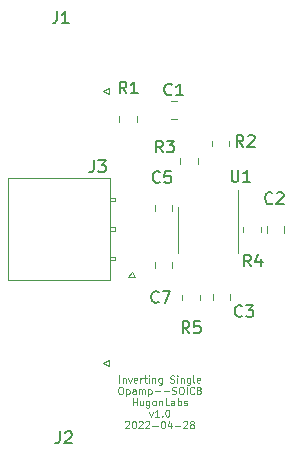
<source format=gto>
%TF.GenerationSoftware,KiCad,Pcbnew,6.0.4-6f826c9f35~116~ubuntu20.04.1*%
%TF.CreationDate,2022-04-28T13:53:23-05:00*%
%TF.ProjectId,opamp_inverting_single,6f70616d-705f-4696-9e76-657274696e67,1.0*%
%TF.SameCoordinates,Original*%
%TF.FileFunction,Legend,Top*%
%TF.FilePolarity,Positive*%
%FSLAX46Y46*%
G04 Gerber Fmt 4.6, Leading zero omitted, Abs format (unit mm)*
G04 Created by KiCad (PCBNEW 6.0.4-6f826c9f35~116~ubuntu20.04.1) date 2022-04-28 13:53:23*
%MOMM*%
%LPD*%
G01*
G04 APERTURE LIST*
%ADD10C,0.100000*%
%ADD11C,0.150000*%
%ADD12C,0.120000*%
G04 APERTURE END LIST*
D10*
X149420703Y-100489417D02*
X149420703Y-99889417D01*
X149706417Y-100089417D02*
X149706417Y-100489417D01*
X149706417Y-100146560D02*
X149734989Y-100117989D01*
X149792131Y-100089417D01*
X149877846Y-100089417D01*
X149934989Y-100117989D01*
X149963560Y-100175131D01*
X149963560Y-100489417D01*
X150192131Y-100089417D02*
X150334989Y-100489417D01*
X150477846Y-100089417D01*
X150934989Y-100460846D02*
X150877846Y-100489417D01*
X150763560Y-100489417D01*
X150706417Y-100460846D01*
X150677846Y-100403703D01*
X150677846Y-100175131D01*
X150706417Y-100117989D01*
X150763560Y-100089417D01*
X150877846Y-100089417D01*
X150934989Y-100117989D01*
X150963560Y-100175131D01*
X150963560Y-100232274D01*
X150677846Y-100289417D01*
X151220703Y-100489417D02*
X151220703Y-100089417D01*
X151220703Y-100203703D02*
X151249274Y-100146560D01*
X151277846Y-100117989D01*
X151334989Y-100089417D01*
X151392131Y-100089417D01*
X151506417Y-100089417D02*
X151734989Y-100089417D01*
X151592131Y-99889417D02*
X151592131Y-100403703D01*
X151620703Y-100460846D01*
X151677846Y-100489417D01*
X151734989Y-100489417D01*
X151934989Y-100489417D02*
X151934989Y-100089417D01*
X151934989Y-99889417D02*
X151906417Y-99917989D01*
X151934989Y-99946560D01*
X151963560Y-99917989D01*
X151934989Y-99889417D01*
X151934989Y-99946560D01*
X152220703Y-100089417D02*
X152220703Y-100489417D01*
X152220703Y-100146560D02*
X152249274Y-100117989D01*
X152306417Y-100089417D01*
X152392131Y-100089417D01*
X152449274Y-100117989D01*
X152477846Y-100175131D01*
X152477846Y-100489417D01*
X153020703Y-100089417D02*
X153020703Y-100575131D01*
X152992131Y-100632274D01*
X152963560Y-100660846D01*
X152906417Y-100689417D01*
X152820703Y-100689417D01*
X152763560Y-100660846D01*
X153020703Y-100460846D02*
X152963560Y-100489417D01*
X152849274Y-100489417D01*
X152792131Y-100460846D01*
X152763560Y-100432274D01*
X152734989Y-100375131D01*
X152734989Y-100203703D01*
X152763560Y-100146560D01*
X152792131Y-100117989D01*
X152849274Y-100089417D01*
X152963560Y-100089417D01*
X153020703Y-100117989D01*
X153734989Y-100460846D02*
X153820703Y-100489417D01*
X153963560Y-100489417D01*
X154020703Y-100460846D01*
X154049274Y-100432274D01*
X154077846Y-100375131D01*
X154077846Y-100317989D01*
X154049274Y-100260846D01*
X154020703Y-100232274D01*
X153963560Y-100203703D01*
X153849274Y-100175131D01*
X153792131Y-100146560D01*
X153763560Y-100117989D01*
X153734989Y-100060846D01*
X153734989Y-100003703D01*
X153763560Y-99946560D01*
X153792131Y-99917989D01*
X153849274Y-99889417D01*
X153992131Y-99889417D01*
X154077846Y-99917989D01*
X154334989Y-100489417D02*
X154334989Y-100089417D01*
X154334989Y-99889417D02*
X154306417Y-99917989D01*
X154334989Y-99946560D01*
X154363560Y-99917989D01*
X154334989Y-99889417D01*
X154334989Y-99946560D01*
X154620703Y-100089417D02*
X154620703Y-100489417D01*
X154620703Y-100146560D02*
X154649274Y-100117989D01*
X154706417Y-100089417D01*
X154792131Y-100089417D01*
X154849274Y-100117989D01*
X154877846Y-100175131D01*
X154877846Y-100489417D01*
X155420703Y-100089417D02*
X155420703Y-100575131D01*
X155392131Y-100632274D01*
X155363560Y-100660846D01*
X155306417Y-100689417D01*
X155220703Y-100689417D01*
X155163560Y-100660846D01*
X155420703Y-100460846D02*
X155363560Y-100489417D01*
X155249274Y-100489417D01*
X155192131Y-100460846D01*
X155163560Y-100432274D01*
X155134989Y-100375131D01*
X155134989Y-100203703D01*
X155163560Y-100146560D01*
X155192131Y-100117989D01*
X155249274Y-100089417D01*
X155363560Y-100089417D01*
X155420703Y-100117989D01*
X155792131Y-100489417D02*
X155734989Y-100460846D01*
X155706417Y-100403703D01*
X155706417Y-99889417D01*
X156249274Y-100460846D02*
X156192131Y-100489417D01*
X156077846Y-100489417D01*
X156020703Y-100460846D01*
X155992131Y-100403703D01*
X155992131Y-100175131D01*
X156020703Y-100117989D01*
X156077846Y-100089417D01*
X156192131Y-100089417D01*
X156249274Y-100117989D01*
X156277846Y-100175131D01*
X156277846Y-100232274D01*
X155992131Y-100289417D01*
X149492131Y-100855417D02*
X149606417Y-100855417D01*
X149663560Y-100883989D01*
X149720703Y-100941131D01*
X149749274Y-101055417D01*
X149749274Y-101255417D01*
X149720703Y-101369703D01*
X149663560Y-101426846D01*
X149606417Y-101455417D01*
X149492131Y-101455417D01*
X149434989Y-101426846D01*
X149377846Y-101369703D01*
X149349274Y-101255417D01*
X149349274Y-101055417D01*
X149377846Y-100941131D01*
X149434989Y-100883989D01*
X149492131Y-100855417D01*
X150006417Y-101055417D02*
X150006417Y-101655417D01*
X150006417Y-101083989D02*
X150063560Y-101055417D01*
X150177846Y-101055417D01*
X150234989Y-101083989D01*
X150263560Y-101112560D01*
X150292131Y-101169703D01*
X150292131Y-101341131D01*
X150263560Y-101398274D01*
X150234989Y-101426846D01*
X150177846Y-101455417D01*
X150063560Y-101455417D01*
X150006417Y-101426846D01*
X150806417Y-101455417D02*
X150806417Y-101141131D01*
X150777846Y-101083989D01*
X150720703Y-101055417D01*
X150606417Y-101055417D01*
X150549274Y-101083989D01*
X150806417Y-101426846D02*
X150749274Y-101455417D01*
X150606417Y-101455417D01*
X150549274Y-101426846D01*
X150520703Y-101369703D01*
X150520703Y-101312560D01*
X150549274Y-101255417D01*
X150606417Y-101226846D01*
X150749274Y-101226846D01*
X150806417Y-101198274D01*
X151092131Y-101455417D02*
X151092131Y-101055417D01*
X151092131Y-101112560D02*
X151120703Y-101083989D01*
X151177846Y-101055417D01*
X151263560Y-101055417D01*
X151320703Y-101083989D01*
X151349274Y-101141131D01*
X151349274Y-101455417D01*
X151349274Y-101141131D02*
X151377846Y-101083989D01*
X151434989Y-101055417D01*
X151520703Y-101055417D01*
X151577846Y-101083989D01*
X151606417Y-101141131D01*
X151606417Y-101455417D01*
X151892131Y-101055417D02*
X151892131Y-101655417D01*
X151892131Y-101083989D02*
X151949274Y-101055417D01*
X152063560Y-101055417D01*
X152120703Y-101083989D01*
X152149274Y-101112560D01*
X152177846Y-101169703D01*
X152177846Y-101341131D01*
X152149274Y-101398274D01*
X152120703Y-101426846D01*
X152063560Y-101455417D01*
X151949274Y-101455417D01*
X151892131Y-101426846D01*
X152434989Y-101226846D02*
X152892131Y-101226846D01*
X153177846Y-101226846D02*
X153634989Y-101226846D01*
X153892131Y-101426846D02*
X153977846Y-101455417D01*
X154120703Y-101455417D01*
X154177846Y-101426846D01*
X154206417Y-101398274D01*
X154234989Y-101341131D01*
X154234989Y-101283989D01*
X154206417Y-101226846D01*
X154177846Y-101198274D01*
X154120703Y-101169703D01*
X154006417Y-101141131D01*
X153949274Y-101112560D01*
X153920703Y-101083989D01*
X153892131Y-101026846D01*
X153892131Y-100969703D01*
X153920703Y-100912560D01*
X153949274Y-100883989D01*
X154006417Y-100855417D01*
X154149274Y-100855417D01*
X154234989Y-100883989D01*
X154606417Y-100855417D02*
X154720703Y-100855417D01*
X154777846Y-100883989D01*
X154834989Y-100941131D01*
X154863560Y-101055417D01*
X154863560Y-101255417D01*
X154834989Y-101369703D01*
X154777846Y-101426846D01*
X154720703Y-101455417D01*
X154606417Y-101455417D01*
X154549274Y-101426846D01*
X154492131Y-101369703D01*
X154463560Y-101255417D01*
X154463560Y-101055417D01*
X154492131Y-100941131D01*
X154549274Y-100883989D01*
X154606417Y-100855417D01*
X155120703Y-101455417D02*
X155120703Y-100855417D01*
X155749274Y-101398274D02*
X155720703Y-101426846D01*
X155634989Y-101455417D01*
X155577846Y-101455417D01*
X155492131Y-101426846D01*
X155434989Y-101369703D01*
X155406417Y-101312560D01*
X155377846Y-101198274D01*
X155377846Y-101112560D01*
X155406417Y-100998274D01*
X155434989Y-100941131D01*
X155492131Y-100883989D01*
X155577846Y-100855417D01*
X155634989Y-100855417D01*
X155720703Y-100883989D01*
X155749274Y-100912560D01*
X156092131Y-101112560D02*
X156034989Y-101083989D01*
X156006417Y-101055417D01*
X155977846Y-100998274D01*
X155977846Y-100969703D01*
X156006417Y-100912560D01*
X156034989Y-100883989D01*
X156092131Y-100855417D01*
X156206417Y-100855417D01*
X156263560Y-100883989D01*
X156292131Y-100912560D01*
X156320703Y-100969703D01*
X156320703Y-100998274D01*
X156292131Y-101055417D01*
X156263560Y-101083989D01*
X156206417Y-101112560D01*
X156092131Y-101112560D01*
X156034989Y-101141131D01*
X156006417Y-101169703D01*
X155977846Y-101226846D01*
X155977846Y-101341131D01*
X156006417Y-101398274D01*
X156034989Y-101426846D01*
X156092131Y-101455417D01*
X156206417Y-101455417D01*
X156263560Y-101426846D01*
X156292131Y-101398274D01*
X156320703Y-101341131D01*
X156320703Y-101226846D01*
X156292131Y-101169703D01*
X156263560Y-101141131D01*
X156206417Y-101112560D01*
X150549274Y-102421417D02*
X150549274Y-101821417D01*
X150549274Y-102107131D02*
X150892131Y-102107131D01*
X150892131Y-102421417D02*
X150892131Y-101821417D01*
X151434989Y-102021417D02*
X151434989Y-102421417D01*
X151177846Y-102021417D02*
X151177846Y-102335703D01*
X151206417Y-102392846D01*
X151263560Y-102421417D01*
X151349274Y-102421417D01*
X151406417Y-102392846D01*
X151434989Y-102364274D01*
X151977846Y-102021417D02*
X151977846Y-102507131D01*
X151949274Y-102564274D01*
X151920703Y-102592846D01*
X151863560Y-102621417D01*
X151777846Y-102621417D01*
X151720703Y-102592846D01*
X151977846Y-102392846D02*
X151920703Y-102421417D01*
X151806417Y-102421417D01*
X151749274Y-102392846D01*
X151720703Y-102364274D01*
X151692131Y-102307131D01*
X151692131Y-102135703D01*
X151720703Y-102078560D01*
X151749274Y-102049989D01*
X151806417Y-102021417D01*
X151920703Y-102021417D01*
X151977846Y-102049989D01*
X152349274Y-102421417D02*
X152292131Y-102392846D01*
X152263560Y-102364274D01*
X152234989Y-102307131D01*
X152234989Y-102135703D01*
X152263560Y-102078560D01*
X152292131Y-102049989D01*
X152349274Y-102021417D01*
X152434989Y-102021417D01*
X152492131Y-102049989D01*
X152520703Y-102078560D01*
X152549274Y-102135703D01*
X152549274Y-102307131D01*
X152520703Y-102364274D01*
X152492131Y-102392846D01*
X152434989Y-102421417D01*
X152349274Y-102421417D01*
X152806417Y-102021417D02*
X152806417Y-102421417D01*
X152806417Y-102078560D02*
X152834989Y-102049989D01*
X152892131Y-102021417D01*
X152977846Y-102021417D01*
X153034989Y-102049989D01*
X153063560Y-102107131D01*
X153063560Y-102421417D01*
X153634989Y-102421417D02*
X153349274Y-102421417D01*
X153349274Y-101821417D01*
X154092131Y-102421417D02*
X154092131Y-102107131D01*
X154063560Y-102049989D01*
X154006417Y-102021417D01*
X153892131Y-102021417D01*
X153834989Y-102049989D01*
X154092131Y-102392846D02*
X154034989Y-102421417D01*
X153892131Y-102421417D01*
X153834989Y-102392846D01*
X153806417Y-102335703D01*
X153806417Y-102278560D01*
X153834989Y-102221417D01*
X153892131Y-102192846D01*
X154034989Y-102192846D01*
X154092131Y-102164274D01*
X154377846Y-102421417D02*
X154377846Y-101821417D01*
X154377846Y-102049989D02*
X154434989Y-102021417D01*
X154549274Y-102021417D01*
X154606417Y-102049989D01*
X154634989Y-102078560D01*
X154663560Y-102135703D01*
X154663560Y-102307131D01*
X154634989Y-102364274D01*
X154606417Y-102392846D01*
X154549274Y-102421417D01*
X154434989Y-102421417D01*
X154377846Y-102392846D01*
X154892131Y-102392846D02*
X154949274Y-102421417D01*
X155063560Y-102421417D01*
X155120703Y-102392846D01*
X155149274Y-102335703D01*
X155149274Y-102307131D01*
X155120703Y-102249989D01*
X155063560Y-102221417D01*
X154977846Y-102221417D01*
X154920703Y-102192846D01*
X154892131Y-102135703D01*
X154892131Y-102107131D01*
X154920703Y-102049989D01*
X154977846Y-102021417D01*
X155063560Y-102021417D01*
X155120703Y-102049989D01*
X151977846Y-102987417D02*
X152120703Y-103387417D01*
X152263560Y-102987417D01*
X152806417Y-103387417D02*
X152463560Y-103387417D01*
X152634989Y-103387417D02*
X152634989Y-102787417D01*
X152577846Y-102873131D01*
X152520703Y-102930274D01*
X152463560Y-102958846D01*
X153063560Y-103330274D02*
X153092131Y-103358846D01*
X153063560Y-103387417D01*
X153034989Y-103358846D01*
X153063560Y-103330274D01*
X153063560Y-103387417D01*
X153463560Y-102787417D02*
X153520703Y-102787417D01*
X153577846Y-102815989D01*
X153606417Y-102844560D01*
X153634989Y-102901703D01*
X153663560Y-103015989D01*
X153663560Y-103158846D01*
X153634989Y-103273131D01*
X153606417Y-103330274D01*
X153577846Y-103358846D01*
X153520703Y-103387417D01*
X153463560Y-103387417D01*
X153406417Y-103358846D01*
X153377846Y-103330274D01*
X153349274Y-103273131D01*
X153320703Y-103158846D01*
X153320703Y-103015989D01*
X153349274Y-102901703D01*
X153377846Y-102844560D01*
X153406417Y-102815989D01*
X153463560Y-102787417D01*
X149920703Y-103810560D02*
X149949274Y-103781989D01*
X150006417Y-103753417D01*
X150149274Y-103753417D01*
X150206417Y-103781989D01*
X150234989Y-103810560D01*
X150263560Y-103867703D01*
X150263560Y-103924846D01*
X150234989Y-104010560D01*
X149892131Y-104353417D01*
X150263560Y-104353417D01*
X150634989Y-103753417D02*
X150692131Y-103753417D01*
X150749274Y-103781989D01*
X150777846Y-103810560D01*
X150806417Y-103867703D01*
X150834989Y-103981989D01*
X150834989Y-104124846D01*
X150806417Y-104239131D01*
X150777846Y-104296274D01*
X150749274Y-104324846D01*
X150692131Y-104353417D01*
X150634989Y-104353417D01*
X150577846Y-104324846D01*
X150549274Y-104296274D01*
X150520703Y-104239131D01*
X150492131Y-104124846D01*
X150492131Y-103981989D01*
X150520703Y-103867703D01*
X150549274Y-103810560D01*
X150577846Y-103781989D01*
X150634989Y-103753417D01*
X151063560Y-103810560D02*
X151092131Y-103781989D01*
X151149274Y-103753417D01*
X151292131Y-103753417D01*
X151349274Y-103781989D01*
X151377846Y-103810560D01*
X151406417Y-103867703D01*
X151406417Y-103924846D01*
X151377846Y-104010560D01*
X151034989Y-104353417D01*
X151406417Y-104353417D01*
X151634989Y-103810560D02*
X151663560Y-103781989D01*
X151720703Y-103753417D01*
X151863560Y-103753417D01*
X151920703Y-103781989D01*
X151949274Y-103810560D01*
X151977846Y-103867703D01*
X151977846Y-103924846D01*
X151949274Y-104010560D01*
X151606417Y-104353417D01*
X151977846Y-104353417D01*
X152234989Y-104124846D02*
X152692131Y-104124846D01*
X153092131Y-103753417D02*
X153149274Y-103753417D01*
X153206417Y-103781989D01*
X153234989Y-103810560D01*
X153263560Y-103867703D01*
X153292131Y-103981989D01*
X153292131Y-104124846D01*
X153263560Y-104239131D01*
X153234989Y-104296274D01*
X153206417Y-104324846D01*
X153149274Y-104353417D01*
X153092131Y-104353417D01*
X153034989Y-104324846D01*
X153006417Y-104296274D01*
X152977846Y-104239131D01*
X152949274Y-104124846D01*
X152949274Y-103981989D01*
X152977846Y-103867703D01*
X153006417Y-103810560D01*
X153034989Y-103781989D01*
X153092131Y-103753417D01*
X153806417Y-103953417D02*
X153806417Y-104353417D01*
X153663560Y-103724846D02*
X153520703Y-104153417D01*
X153892131Y-104153417D01*
X154120703Y-104124846D02*
X154577846Y-104124846D01*
X154834989Y-103810560D02*
X154863560Y-103781989D01*
X154920703Y-103753417D01*
X155063560Y-103753417D01*
X155120703Y-103781989D01*
X155149274Y-103810560D01*
X155177846Y-103867703D01*
X155177846Y-103924846D01*
X155149274Y-104010560D01*
X154806417Y-104353417D01*
X155177846Y-104353417D01*
X155520703Y-104010560D02*
X155463560Y-103981989D01*
X155434989Y-103953417D01*
X155406417Y-103896274D01*
X155406417Y-103867703D01*
X155434989Y-103810560D01*
X155463560Y-103781989D01*
X155520703Y-103753417D01*
X155634989Y-103753417D01*
X155692131Y-103781989D01*
X155720703Y-103810560D01*
X155749274Y-103867703D01*
X155749274Y-103896274D01*
X155720703Y-103953417D01*
X155692131Y-103981989D01*
X155634989Y-104010560D01*
X155520703Y-104010560D01*
X155463560Y-104039131D01*
X155434989Y-104067703D01*
X155406417Y-104124846D01*
X155406417Y-104239131D01*
X155434989Y-104296274D01*
X155463560Y-104324846D01*
X155520703Y-104353417D01*
X155634989Y-104353417D01*
X155692131Y-104324846D01*
X155720703Y-104296274D01*
X155749274Y-104239131D01*
X155749274Y-104124846D01*
X155720703Y-104067703D01*
X155692131Y-104039131D01*
X155634989Y-104010560D01*
D11*
%TO.C,U1*%
X158938084Y-82477369D02*
X158938084Y-83286893D01*
X158985703Y-83382131D01*
X159033322Y-83429750D01*
X159128560Y-83477369D01*
X159319036Y-83477369D01*
X159414274Y-83429750D01*
X159461893Y-83382131D01*
X159509512Y-83286893D01*
X159509512Y-82477369D01*
X160509512Y-83477369D02*
X159938084Y-83477369D01*
X160223798Y-83477369D02*
X160223798Y-82477369D01*
X160128560Y-82620227D01*
X160033322Y-82715465D01*
X159938084Y-82763084D01*
%TO.C,R5*%
X155358322Y-96302369D02*
X155024989Y-95826179D01*
X154786893Y-96302369D02*
X154786893Y-95302369D01*
X155167846Y-95302369D01*
X155263084Y-95349989D01*
X155310703Y-95397608D01*
X155358322Y-95492846D01*
X155358322Y-95635703D01*
X155310703Y-95730941D01*
X155263084Y-95778560D01*
X155167846Y-95826179D01*
X154786893Y-95826179D01*
X156263084Y-95302369D02*
X155786893Y-95302369D01*
X155739274Y-95778560D01*
X155786893Y-95730941D01*
X155882131Y-95683322D01*
X156120227Y-95683322D01*
X156215465Y-95730941D01*
X156263084Y-95778560D01*
X156310703Y-95873798D01*
X156310703Y-96111893D01*
X156263084Y-96207131D01*
X156215465Y-96254750D01*
X156120227Y-96302369D01*
X155882131Y-96302369D01*
X155786893Y-96254750D01*
X155739274Y-96207131D01*
%TO.C,R4*%
X160558322Y-90652369D02*
X160224989Y-90176179D01*
X159986893Y-90652369D02*
X159986893Y-89652369D01*
X160367846Y-89652369D01*
X160463084Y-89699989D01*
X160510703Y-89747608D01*
X160558322Y-89842846D01*
X160558322Y-89985703D01*
X160510703Y-90080941D01*
X160463084Y-90128560D01*
X160367846Y-90176179D01*
X159986893Y-90176179D01*
X161415465Y-89985703D02*
X161415465Y-90652369D01*
X161177369Y-89604750D02*
X160939274Y-90319036D01*
X161558322Y-90319036D01*
%TO.C,R3*%
X153108322Y-81002369D02*
X152774989Y-80526179D01*
X152536893Y-81002369D02*
X152536893Y-80002369D01*
X152917846Y-80002369D01*
X153013084Y-80049989D01*
X153060703Y-80097608D01*
X153108322Y-80192846D01*
X153108322Y-80335703D01*
X153060703Y-80430941D01*
X153013084Y-80478560D01*
X152917846Y-80526179D01*
X152536893Y-80526179D01*
X153441655Y-80002369D02*
X154060703Y-80002369D01*
X153727369Y-80383322D01*
X153870227Y-80383322D01*
X153965465Y-80430941D01*
X154013084Y-80478560D01*
X154060703Y-80573798D01*
X154060703Y-80811893D01*
X154013084Y-80907131D01*
X153965465Y-80954750D01*
X153870227Y-81002369D01*
X153584512Y-81002369D01*
X153489274Y-80954750D01*
X153441655Y-80907131D01*
%TO.C,R2*%
X159933322Y-80527369D02*
X159599989Y-80051179D01*
X159361893Y-80527369D02*
X159361893Y-79527369D01*
X159742846Y-79527369D01*
X159838084Y-79574989D01*
X159885703Y-79622608D01*
X159933322Y-79717846D01*
X159933322Y-79860703D01*
X159885703Y-79955941D01*
X159838084Y-80003560D01*
X159742846Y-80051179D01*
X159361893Y-80051179D01*
X160314274Y-79622608D02*
X160361893Y-79574989D01*
X160457131Y-79527369D01*
X160695227Y-79527369D01*
X160790465Y-79574989D01*
X160838084Y-79622608D01*
X160885703Y-79717846D01*
X160885703Y-79813084D01*
X160838084Y-79955941D01*
X160266655Y-80527369D01*
X160885703Y-80527369D01*
%TO.C,R1*%
X150033333Y-76002380D02*
X149700000Y-75526190D01*
X149461904Y-76002380D02*
X149461904Y-75002380D01*
X149842857Y-75002380D01*
X149938095Y-75050000D01*
X149985714Y-75097619D01*
X150033333Y-75192857D01*
X150033333Y-75335714D01*
X149985714Y-75430952D01*
X149938095Y-75478571D01*
X149842857Y-75526190D01*
X149461904Y-75526190D01*
X150985714Y-76002380D02*
X150414285Y-76002380D01*
X150700000Y-76002380D02*
X150700000Y-75002380D01*
X150604761Y-75145238D01*
X150509523Y-75240476D01*
X150414285Y-75288095D01*
%TO.C,J3*%
X147266655Y-81677369D02*
X147266655Y-82391655D01*
X147219036Y-82534512D01*
X147123798Y-82629750D01*
X146980941Y-82677369D01*
X146885703Y-82677369D01*
X147647608Y-81677369D02*
X148266655Y-81677369D01*
X147933322Y-82058322D01*
X148076179Y-82058322D01*
X148171417Y-82105941D01*
X148219036Y-82153560D01*
X148266655Y-82248798D01*
X148266655Y-82486893D01*
X148219036Y-82582131D01*
X148171417Y-82629750D01*
X148076179Y-82677369D01*
X147790465Y-82677369D01*
X147695227Y-82629750D01*
X147647608Y-82582131D01*
%TO.C,J2*%
X144404155Y-104627369D02*
X144404155Y-105341655D01*
X144356536Y-105484512D01*
X144261298Y-105579750D01*
X144118441Y-105627369D01*
X144023203Y-105627369D01*
X144832727Y-104722608D02*
X144880346Y-104674989D01*
X144975584Y-104627369D01*
X145213679Y-104627369D01*
X145308917Y-104674989D01*
X145356536Y-104722608D01*
X145404155Y-104817846D01*
X145404155Y-104913084D01*
X145356536Y-105055941D01*
X144785108Y-105627369D01*
X145404155Y-105627369D01*
%TO.C,J1*%
X144154155Y-69052369D02*
X144154155Y-69766655D01*
X144106536Y-69909512D01*
X144011298Y-70004750D01*
X143868441Y-70052369D01*
X143773203Y-70052369D01*
X145154155Y-70052369D02*
X144582727Y-70052369D01*
X144868441Y-70052369D02*
X144868441Y-69052369D01*
X144773203Y-69195227D01*
X144677965Y-69290465D01*
X144582727Y-69338084D01*
%TO.C,C7*%
X152758322Y-93657131D02*
X152710703Y-93704750D01*
X152567846Y-93752369D01*
X152472608Y-93752369D01*
X152329750Y-93704750D01*
X152234512Y-93609512D01*
X152186893Y-93514274D01*
X152139274Y-93323798D01*
X152139274Y-93180941D01*
X152186893Y-92990465D01*
X152234512Y-92895227D01*
X152329750Y-92799989D01*
X152472608Y-92752369D01*
X152567846Y-92752369D01*
X152710703Y-92799989D01*
X152758322Y-92847608D01*
X153091655Y-92752369D02*
X153758322Y-92752369D01*
X153329750Y-93752369D01*
%TO.C,C5*%
X152858322Y-83482131D02*
X152810703Y-83529750D01*
X152667846Y-83577369D01*
X152572608Y-83577369D01*
X152429750Y-83529750D01*
X152334512Y-83434512D01*
X152286893Y-83339274D01*
X152239274Y-83148798D01*
X152239274Y-83005941D01*
X152286893Y-82815465D01*
X152334512Y-82720227D01*
X152429750Y-82624989D01*
X152572608Y-82577369D01*
X152667846Y-82577369D01*
X152810703Y-82624989D01*
X152858322Y-82672608D01*
X153763084Y-82577369D02*
X153286893Y-82577369D01*
X153239274Y-83053560D01*
X153286893Y-83005941D01*
X153382131Y-82958322D01*
X153620227Y-82958322D01*
X153715465Y-83005941D01*
X153763084Y-83053560D01*
X153810703Y-83148798D01*
X153810703Y-83386893D01*
X153763084Y-83482131D01*
X153715465Y-83529750D01*
X153620227Y-83577369D01*
X153382131Y-83577369D01*
X153286893Y-83529750D01*
X153239274Y-83482131D01*
%TO.C,C3*%
X159808322Y-94832131D02*
X159760703Y-94879750D01*
X159617846Y-94927369D01*
X159522608Y-94927369D01*
X159379750Y-94879750D01*
X159284512Y-94784512D01*
X159236893Y-94689274D01*
X159189274Y-94498798D01*
X159189274Y-94355941D01*
X159236893Y-94165465D01*
X159284512Y-94070227D01*
X159379750Y-93974989D01*
X159522608Y-93927369D01*
X159617846Y-93927369D01*
X159760703Y-93974989D01*
X159808322Y-94022608D01*
X160141655Y-93927369D02*
X160760703Y-93927369D01*
X160427369Y-94308322D01*
X160570227Y-94308322D01*
X160665465Y-94355941D01*
X160713084Y-94403560D01*
X160760703Y-94498798D01*
X160760703Y-94736893D01*
X160713084Y-94832131D01*
X160665465Y-94879750D01*
X160570227Y-94927369D01*
X160284512Y-94927369D01*
X160189274Y-94879750D01*
X160141655Y-94832131D01*
%TO.C,C2*%
X162383322Y-85282131D02*
X162335703Y-85329750D01*
X162192846Y-85377369D01*
X162097608Y-85377369D01*
X161954750Y-85329750D01*
X161859512Y-85234512D01*
X161811893Y-85139274D01*
X161764274Y-84948798D01*
X161764274Y-84805941D01*
X161811893Y-84615465D01*
X161859512Y-84520227D01*
X161954750Y-84424989D01*
X162097608Y-84377369D01*
X162192846Y-84377369D01*
X162335703Y-84424989D01*
X162383322Y-84472608D01*
X162764274Y-84472608D02*
X162811893Y-84424989D01*
X162907131Y-84377369D01*
X163145227Y-84377369D01*
X163240465Y-84424989D01*
X163288084Y-84472608D01*
X163335703Y-84567846D01*
X163335703Y-84663084D01*
X163288084Y-84805941D01*
X162716655Y-85377369D01*
X163335703Y-85377369D01*
%TO.C,C1*%
X153870833Y-76077142D02*
X153823214Y-76124761D01*
X153680357Y-76172380D01*
X153585119Y-76172380D01*
X153442261Y-76124761D01*
X153347023Y-76029523D01*
X153299404Y-75934285D01*
X153251785Y-75743809D01*
X153251785Y-75600952D01*
X153299404Y-75410476D01*
X153347023Y-75315238D01*
X153442261Y-75220000D01*
X153585119Y-75172380D01*
X153680357Y-75172380D01*
X153823214Y-75220000D01*
X153870833Y-75267619D01*
X154823214Y-76172380D02*
X154251785Y-76172380D01*
X154537500Y-76172380D02*
X154537500Y-75172380D01*
X154442261Y-75315238D01*
X154347023Y-75410476D01*
X154251785Y-75458095D01*
D12*
%TO.C,U1*%
X159484989Y-87599989D02*
X159484989Y-89549989D01*
X154364989Y-87599989D02*
X154364989Y-89549989D01*
X159484989Y-87599989D02*
X159484989Y-84149989D01*
X154364989Y-87599989D02*
X154364989Y-85649989D01*
%TO.C,R5*%
X156234989Y-93047925D02*
X156234989Y-93502053D01*
X154764989Y-93047925D02*
X154764989Y-93502053D01*
%TO.C,R4*%
X161384989Y-87297925D02*
X161384989Y-87752053D01*
X159914989Y-87297925D02*
X159914989Y-87752053D01*
%TO.C,R3*%
X156059989Y-81952053D02*
X156059989Y-81497925D01*
X154589989Y-81952053D02*
X154589989Y-81497925D01*
%TO.C,R2*%
X158734989Y-79997925D02*
X158734989Y-80452053D01*
X157264989Y-79997925D02*
X157264989Y-80452053D01*
%TO.C,R1*%
X150885000Y-78402064D02*
X150885000Y-77947936D01*
X149415000Y-78402064D02*
X149415000Y-77947936D01*
%TO.C,J3*%
X149104989Y-89849989D02*
X148654989Y-89849989D01*
X148654989Y-83169989D02*
X139974989Y-83169989D01*
X148654989Y-87649989D02*
X149104989Y-87649989D01*
X149104989Y-84849989D02*
X148654989Y-84849989D01*
X148654989Y-89849989D02*
X148654989Y-90149989D01*
X148654989Y-90149989D02*
X149104989Y-90149989D01*
X149104989Y-90149989D02*
X149104989Y-89849989D01*
X148654989Y-85149989D02*
X149104989Y-85149989D01*
X148654989Y-87349989D02*
X148654989Y-87649989D01*
X149104989Y-87349989D02*
X148654989Y-87349989D01*
X149104989Y-87649989D02*
X149104989Y-87349989D01*
X139974989Y-91829989D02*
X148654989Y-91829989D01*
X148654989Y-91829989D02*
X148654989Y-83169989D01*
X139974989Y-83169989D02*
X139974989Y-91829989D01*
X150464989Y-91109989D02*
X150164989Y-91534253D01*
X150764989Y-91534253D02*
X150464989Y-91109989D01*
X149104989Y-85149989D02*
X149104989Y-84849989D01*
X150164989Y-91534253D02*
X150764989Y-91534253D01*
X148654989Y-84849989D02*
X148654989Y-85149989D01*
%TO.C,J2*%
X148034989Y-98799989D02*
X148534989Y-99049989D01*
X148534989Y-99049989D02*
X148534989Y-98549989D01*
X148534989Y-98549989D02*
X148034989Y-98799989D01*
%TO.C,J1*%
X148034989Y-75799989D02*
X148534989Y-76049989D01*
X148534989Y-76049989D02*
X148534989Y-75549989D01*
X148534989Y-75549989D02*
X148034989Y-75799989D01*
%TO.C,C7*%
X153909989Y-90263737D02*
X153909989Y-90786241D01*
X152439989Y-90263737D02*
X152439989Y-90786241D01*
%TO.C,C5*%
X152414989Y-85413737D02*
X152414989Y-85936241D01*
X153884989Y-85413737D02*
X153884989Y-85936241D01*
%TO.C,C3*%
X157339989Y-93536241D02*
X157339989Y-93013737D01*
X158809989Y-93536241D02*
X158809989Y-93013737D01*
%TO.C,C2*%
X161914989Y-87263737D02*
X161914989Y-87786241D01*
X163384989Y-87263737D02*
X163384989Y-87786241D01*
%TO.C,C1*%
X153776248Y-78135000D02*
X154298752Y-78135000D01*
X153776248Y-76665000D02*
X154298752Y-76665000D01*
%TD*%
M02*

</source>
